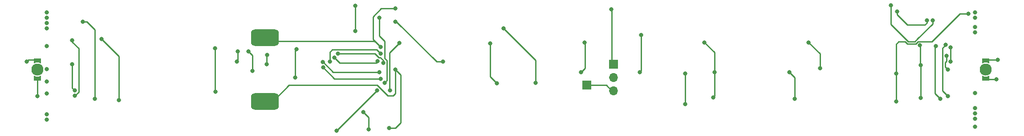
<source format=gbr>
%TF.GenerationSoftware,KiCad,Pcbnew,(6.0.1-0)*%
%TF.CreationDate,2022-12-14T20:54:25+01:00*%
%TF.ProjectId,Blokkendoos_binnenverlichting,426c6f6b-6b65-46e6-946f-6f735f62696e,rev?*%
%TF.SameCoordinates,Original*%
%TF.FileFunction,Copper,L2,Bot*%
%TF.FilePolarity,Positive*%
%FSLAX46Y46*%
G04 Gerber Fmt 4.6, Leading zero omitted, Abs format (unit mm)*
G04 Created by KiCad (PCBNEW (6.0.1-0)) date 2022-12-14 20:54:25*
%MOMM*%
%LPD*%
G01*
G04 APERTURE LIST*
G04 Aperture macros list*
%AMRoundRect*
0 Rectangle with rounded corners*
0 $1 Rounding radius*
0 $2 $3 $4 $5 $6 $7 $8 $9 X,Y pos of 4 corners*
0 Add a 4 corners polygon primitive as box body*
4,1,4,$2,$3,$4,$5,$6,$7,$8,$9,$2,$3,0*
0 Add four circle primitives for the rounded corners*
1,1,$1+$1,$2,$3*
1,1,$1+$1,$4,$5*
1,1,$1+$1,$6,$7*
1,1,$1+$1,$8,$9*
0 Add four rect primitives between the rounded corners*
20,1,$1+$1,$2,$3,$4,$5,0*
20,1,$1+$1,$4,$5,$6,$7,0*
20,1,$1+$1,$6,$7,$8,$9,0*
20,1,$1+$1,$8,$9,$2,$3,0*%
%AMFreePoly0*
4,1,32,0.648491,0.670654,0.659828,0.669984,0.665486,0.663615,0.673355,0.660355,0.677701,0.649864,0.685243,0.641373,0.684740,0.632870,0.688000,0.625000,0.683654,0.614509,0.682984,0.603172,0.538452,0.305318,0.496471,0.000000,0.538452,-0.305318,0.682984,-0.603172,0.683654,-0.614509,0.688000,-0.625000,0.684740,-0.632870,0.685243,-0.641373,0.677701,-0.649864,0.673355,-0.660355,
0.665486,-0.663615,0.659828,-0.669984,0.648491,-0.670654,0.638000,-0.675000,-0.217000,-0.675000,-0.252355,-0.660355,-0.267000,-0.625000,-0.267000,0.625000,-0.252355,0.660355,-0.217000,0.675000,0.638000,0.675000,0.648491,0.670654,0.648491,0.670654,$1*%
G04 Aperture macros list end*
%TA.AperFunction,ComponentPad*%
%ADD10R,1.700000X1.700000*%
%TD*%
%TA.AperFunction,ComponentPad*%
%ADD11O,1.700000X1.700000*%
%TD*%
%TA.AperFunction,ComponentPad*%
%ADD12RoundRect,0.805000X-1.860000X-0.805000X1.860000X-0.805000X1.860000X0.805000X-1.860000X0.805000X0*%
%TD*%
%TA.AperFunction,WasherPad*%
%ADD13C,2.300000*%
%TD*%
%TA.AperFunction,SMDPad,CuDef*%
%ADD14FreePoly0,90.000000*%
%TD*%
%TA.AperFunction,SMDPad,CuDef*%
%ADD15FreePoly0,270.000000*%
%TD*%
%TA.AperFunction,ViaPad*%
%ADD16C,0.800000*%
%TD*%
%TA.AperFunction,Conductor*%
%ADD17C,0.250000*%
%TD*%
G04 APERTURE END LIST*
D10*
%TO.P,J17,1,Pin_1*%
%TO.N,VPP*%
X19400000Y1025000D03*
D11*
%TO.P,J17,2,Pin_2*%
%TO.N,GND*%
X19400000Y-1515000D03*
%TO.P,J17,3,Pin_3*%
%TO.N,/Charge*%
X19400000Y-4055000D03*
%TD*%
D12*
%TO.P,J16,1,Pin_1*%
%TO.N,/Motor1*%
X-46873000Y6075000D03*
%TO.P,J16,2,Pin_2*%
%TO.N,/Motor2*%
X-46873000Y-6075000D03*
%TD*%
D13*
%TO.P,D47,*%
%TO.N,*%
X-90170000Y0D03*
D14*
%TO.P,D47,1,K*%
%TO.N,Net-(D4-Pad1)*%
X-90170000Y-1900000D03*
D15*
%TO.P,D47,2,A*%
%TO.N,Net-(D4-Pad2)*%
X-90170000Y1900000D03*
%TD*%
D10*
%TO.P,J18,1,Pin_1*%
%TO.N,/Charge*%
X14375000Y-3000000D03*
%TD*%
D13*
%TO.P,D48,*%
%TO.N,*%
X90170000Y0D03*
D14*
%TO.P,D48,1,K*%
%TO.N,/Aux4*%
X90170000Y-1900000D03*
D15*
%TO.P,D48,2,A*%
%TO.N,Net-(D4-Pad1)*%
X90170000Y1900000D03*
%TD*%
D16*
%TO.N,*%
X-88392000Y10922000D03*
X-88392000Y-2286000D03*
X-88392000Y-8534400D03*
X-88392000Y7874000D03*
X88138000Y-10922000D03*
X88138000Y-4521200D03*
X-88392000Y-4572000D03*
X88138000Y7112000D03*
X-88392000Y9906000D03*
X-88392000Y-9550400D03*
X88138000Y8128000D03*
X88138000Y-7366000D03*
X-88392000Y50800D03*
X88138000Y-9398000D03*
X88138000Y10922000D03*
X88138000Y9906000D03*
X-88392000Y8890000D03*
X88138000Y-8382000D03*
X-88392000Y4521200D03*
%TO.N,/F0f*%
X-34544000Y1524000D03*
X-24892000Y3048000D03*
%TO.N,Net-(D39-Pad2)*%
X80700000Y4500000D03*
X81534000Y-5588000D03*
%TO.N,/F0r*%
X82775500Y2623988D03*
X-33621198Y2249522D03*
X-25402603Y1630253D03*
X82987701Y-12299D03*
%TO.N,/Aux2*%
X-33274000Y-11684000D03*
X-25557299Y-3967299D03*
%TO.N,/Aux1*%
X-81500000Y9144000D03*
X52832000Y-508000D03*
X33020000Y-762000D03*
X53848000Y-5588000D03*
X73152000Y-762000D03*
X86868000Y10668000D03*
X73152000Y-6096000D03*
X-79248000Y-5588000D03*
X33020000Y-6604000D03*
%TO.N,/Motor2*%
X-22098000Y0D03*
X-23200000Y-11200000D03*
%TO.N,/Motor1*%
X-22098000Y11684000D03*
X-24892000Y4318000D03*
%TO.N,/Gleis 2*%
X-29718000Y12192000D03*
X-29718000Y7366000D03*
X80100000Y9400000D03*
X72177402Y12282501D03*
%TO.N,/Gleis 1*%
X-28194000Y-8128000D03*
X-27178000Y-11430000D03*
%TO.N,Net-(D7-Pad1)*%
X-74676000Y-5842000D03*
X-77978000Y5842000D03*
%TO.N,Net-(D4-Pad1)*%
X-24892000Y-1778000D03*
X92486400Y1900000D03*
X-35800000Y400000D03*
X-90170000Y-5080000D03*
%TO.N,Net-(D4-Pad2)*%
X-92202000Y1524000D03*
%TO.N,VPP*%
X73355200Y11125200D03*
X19000000Y11500000D03*
X-24130000Y-2540000D03*
X79000000Y9400000D03*
X-25146000Y9906000D03*
%TO.N,Net-(D13-Pad1)*%
X-23033951Y-3941451D03*
X-21336000Y5078665D03*
%TO.N,Net-(D15-Pad1)*%
X4572000Y-2540000D03*
X-1524000Y7874000D03*
%TO.N,Net-(D10-Pad2)*%
X-56256701Y-4195299D03*
X-56388000Y4064000D03*
%TO.N,Net-(D11-Pad1)*%
X-41148000Y-1524000D03*
X-40894000Y3899500D03*
%TO.N,/Aux4*%
X92222400Y-1900000D03*
X-33020000Y3048000D03*
X-24384000Y1270000D03*
%TO.N,Net-(D17-Pad1)*%
X13959226Y5172542D03*
X13208000Y-508000D03*
%TO.N,Net-(D19-Pad1)*%
X36686500Y5188338D03*
X38354000Y-5334000D03*
X38608000Y-508000D03*
%TO.N,Net-(D21-Pad1)*%
X58674000Y254000D03*
X56498500Y5188338D03*
%TO.N,Net-(D23-Pad1)*%
X77811698Y-5430296D03*
X77815875Y863735D03*
X77681930Y4623521D03*
%TO.N,Net-(D39-Pad1)*%
X83053615Y-5092983D03*
X82600000Y4700000D03*
%TO.N,Net-(D25-Pad2)*%
X24384000Y-508000D03*
X24638000Y6604000D03*
%TO.N,Net-(D28-Pad2)*%
X-2766479Y-2639479D03*
X-4064000Y5022544D03*
%TO.N,Net-(D43-Pad1)*%
X-83000000Y-5000000D03*
X-83500000Y5588000D03*
%TO.N,Net-(D40-Pad2)*%
X83500738Y4266782D03*
X83512299Y1512299D03*
%TO.N,/Aux6*%
X-50000000Y3500000D03*
X-49245712Y-240076D03*
%TO.N,/Aux5*%
X-35816027Y1399374D03*
X-46465526Y2809146D03*
X-46500000Y1000000D03*
X-25146000Y-508000D03*
%TO.N,GND*%
X-52000000Y3500000D03*
X-13000000Y1500000D03*
X-22018676Y9181500D03*
X-52207735Y1515980D03*
%TO.N,/Aux5p*%
X-83020500Y-4000000D03*
X-83500000Y1000000D03*
%TD*%
D17*
%TO.N,/F0f*%
X-25616501Y3772501D02*
X-24892000Y3048000D01*
X-34544000Y1524000D02*
X-34544000Y3302000D01*
X-34544000Y3302000D02*
X-34073499Y3772501D01*
X-34073499Y3772501D02*
X-25616501Y3772501D01*
%TO.N,Net-(D39-Pad2)*%
X80518000Y4318000D02*
X80700000Y4500000D01*
X81534000Y-5588000D02*
X80518000Y-4572000D01*
X80518000Y-4572000D02*
X80518000Y4318000D01*
%TO.N,/F0r*%
X82500000Y500000D02*
X82987701Y12299D01*
X-25733412Y1299444D02*
X-25402603Y1630253D01*
X82500000Y1362349D02*
X82775500Y1637849D01*
X82775500Y1637849D02*
X82775500Y2623988D01*
X82500000Y558000D02*
X82500000Y1362349D01*
X-33621198Y2249522D02*
X-32671120Y1299444D01*
X-32671120Y1299444D02*
X-25733412Y1299444D01*
X82987701Y12299D02*
X82987701Y-12299D01*
%TO.N,/Aux2*%
X-33274000Y-11684000D02*
X-25557299Y-3967299D01*
%TO.N,/Aux1*%
X33020000Y-6604000D02*
X33020000Y-762000D01*
X75302607Y4884489D02*
X76957429Y4884490D01*
X77381831Y5348022D02*
X77982029Y5348022D01*
X73152000Y4843422D02*
X73642578Y5334000D01*
X-79248000Y-5588000D02*
X-79248000Y7620000D01*
X76957429Y4923620D02*
X77381831Y5348022D01*
X-79248000Y7620000D02*
X-80772000Y9144000D01*
X53848000Y-5588000D02*
X53848000Y-1524000D01*
X-81500000Y9144000D02*
X-80772000Y9144000D01*
X77996051Y5334000D02*
X80001400Y5334000D01*
X53848000Y-1524000D02*
X52832000Y-508000D01*
X85335400Y10668000D02*
X86868000Y10668000D01*
X77982029Y5348022D02*
X77996051Y5334000D01*
X73642578Y5334000D02*
X74853096Y5334000D01*
X73152000Y-762000D02*
X73152000Y4843422D01*
X74853096Y5334000D02*
X75302607Y4884489D01*
X80001400Y5334000D02*
X85335400Y10668000D01*
X73152000Y-762000D02*
X73152000Y-6096000D01*
X76957429Y4884490D02*
X76957429Y4923620D01*
%TO.N,/Motor2*%
X-21082000Y-1016000D02*
X-21082000Y-10160000D01*
X-25500000Y-3000000D02*
X-42298000Y-3000000D01*
X-22098000Y0D02*
X-22098000Y-4598000D01*
X-22098000Y0D02*
X-21082000Y-1016000D01*
X-21082000Y-10160000D02*
X-22098000Y-11176000D01*
X-23500000Y-5000000D02*
X-25500000Y-3000000D01*
X-42298000Y-3000000D02*
X-45373000Y-6075000D01*
X-22098000Y-4598000D02*
X-22500000Y-5000000D01*
X-23176000Y-11176000D02*
X-23200000Y-11200000D01*
X-22098000Y-11176000D02*
X-23176000Y-11176000D01*
X-22500000Y-5000000D02*
X-23500000Y-5000000D01*
%TO.N,/Motor1*%
X-26314400Y10109200D02*
X-24739600Y11684000D01*
X-45373000Y6075000D02*
X-44731479Y5433479D01*
X-24892000Y4318000D02*
X-26314400Y5740400D01*
X-44731479Y5433479D02*
X-26007479Y5433479D01*
X-26007479Y5433479D02*
X-24892000Y4318000D01*
X-24739600Y11684000D02*
X-22098000Y11684000D01*
X-26314400Y5740400D02*
X-26314400Y10109200D01*
%TO.N,/Gleis 2*%
X80100000Y9400000D02*
X80100000Y8701895D01*
X75488800Y5334000D02*
X76732105Y5334000D01*
X72177402Y8645398D02*
X75488800Y5334000D01*
X76732105Y5334000D02*
X77195638Y5797533D01*
X72177402Y12282501D02*
X72177402Y8645398D01*
X80100000Y8701895D02*
X77195638Y5797533D01*
X-29718000Y12192000D02*
X-29718000Y7366000D01*
%TO.N,/Gleis 1*%
X-27178000Y-11430000D02*
X-27178000Y-9144000D01*
X-27178000Y-9144000D02*
X-28194000Y-8128000D01*
%TO.N,Net-(D7-Pad1)*%
X-74676000Y-5842000D02*
X-74676000Y2540000D01*
X-74676000Y2540000D02*
X-77978000Y5842000D01*
%TO.N,Net-(D4-Pad1)*%
X-24892000Y-1778000D02*
X-33622000Y-1778000D01*
X-90170000Y-5080000D02*
X-90170000Y-1900000D01*
X92486400Y1900000D02*
X90170000Y1900000D01*
X-33622000Y-1778000D02*
X-35800000Y400000D01*
%TO.N,Net-(D4-Pad2)*%
X-91826000Y1900000D02*
X-92202000Y1524000D01*
X-90170000Y1900000D02*
X-91826000Y1900000D01*
%TO.N,VPP*%
X79000000Y8896000D02*
X79000000Y9400000D01*
X-24130000Y-2540000D02*
X-23659499Y-2069499D01*
X-24130000Y2159704D02*
X-24130000Y5384800D01*
X19125000Y11375000D02*
X19000000Y11500000D01*
X19125000Y1025000D02*
X19125000Y11375000D01*
X-23659499Y-2069499D02*
X-23659499Y1689203D01*
X73355200Y10464800D02*
X73355200Y11125200D01*
X75285600Y8534400D02*
X73355200Y10464800D01*
X-25146000Y6400800D02*
X-25146000Y9906000D01*
X78638400Y8534400D02*
X75285600Y8534400D01*
X78638400Y8534400D02*
X79000000Y8896000D01*
X-24130000Y5384800D02*
X-25146000Y6400800D01*
X-23659499Y1689203D02*
X-24130000Y2159704D01*
%TO.N,Net-(D13-Pad1)*%
X-23172490Y3242175D02*
X-23172490Y-3802912D01*
X-23172490Y-3802912D02*
X-23033951Y-3941451D01*
X-21336000Y5078665D02*
X-23172490Y3242175D01*
%TO.N,Net-(D15-Pad1)*%
X4572000Y-2540000D02*
X4572000Y1778000D01*
X4572000Y1778000D02*
X-1524000Y7874000D01*
%TO.N,Net-(D10-Pad2)*%
X-56388000Y4064000D02*
X-56388000Y-4064000D01*
X-56388000Y-4064000D02*
X-56256701Y-4195299D01*
%TO.N,Net-(D11-Pad1)*%
X-41148000Y3645500D02*
X-40894000Y3899500D01*
X-41148000Y-1524000D02*
X-41148000Y3645500D01*
%TO.N,/Aux4*%
X-24384000Y1778000D02*
X-24384000Y1270000D01*
X-25916600Y3048000D02*
X-25192099Y2323499D01*
X-33020000Y3048000D02*
X-25916600Y3048000D01*
X90170000Y-1900000D02*
X92222400Y-1900000D01*
X-24929499Y2323499D02*
X-24384000Y1778000D01*
X-25192099Y2323499D02*
X-24929499Y2323499D01*
%TO.N,Net-(D17-Pad1)*%
X13208000Y-508000D02*
X13970000Y254000D01*
X13970000Y254000D02*
X13970000Y5161768D01*
X13970000Y5161768D02*
X13959226Y5172542D01*
%TO.N,Net-(D19-Pad1)*%
X38608000Y-5080000D02*
X38608000Y-508000D01*
X38608000Y-508000D02*
X38608000Y3266838D01*
X38608000Y3266838D02*
X36686500Y5188338D01*
X38354000Y-5334000D02*
X38608000Y-5080000D01*
%TO.N,Net-(D21-Pad1)*%
X58674000Y3012838D02*
X56498500Y5188338D01*
X58674000Y254000D02*
X58674000Y3012838D01*
%TO.N,Net-(D23-Pad1)*%
X77724000Y1016000D02*
X77724000Y4581451D01*
X77815875Y924125D02*
X77724000Y1016000D01*
X77815875Y-5426119D02*
X77815875Y863735D01*
X77724000Y4581451D02*
X77681930Y4623521D01*
X77815875Y863735D02*
X77815875Y924125D01*
X77811698Y-5430296D02*
X77815875Y-5426119D01*
%TO.N,Net-(D39-Pad1)*%
X82000000Y-4039368D02*
X82000000Y4100000D01*
X83053615Y-5092983D02*
X82000000Y-4039368D01*
X82000000Y4100000D02*
X82600000Y4700000D01*
%TO.N,Net-(D25-Pad2)*%
X24638000Y-254000D02*
X24638000Y6604000D01*
X24384000Y-508000D02*
X24638000Y-254000D01*
%TO.N,Net-(D28-Pad2)*%
X-4064000Y-1341958D02*
X-4064000Y5022544D01*
X-2766479Y-2639479D02*
X-4064000Y-1341958D01*
%TO.N,Net-(D43-Pad1)*%
X-83500000Y5268000D02*
X-83500000Y5588000D01*
X-82296000Y4064000D02*
X-83500000Y5268000D01*
X-83000000Y-5000000D02*
X-82995900Y-5000000D01*
X-82995900Y-5000000D02*
X-82296000Y-4300100D01*
X-82296000Y-4300100D02*
X-82296000Y4064000D01*
%TO.N,Net-(D40-Pad2)*%
X83512299Y1512299D02*
X83512299Y4255221D01*
X83512299Y4255221D02*
X83500738Y4266782D01*
%TO.N,/Aux6*%
X-49245712Y2745712D02*
X-50000000Y3500000D01*
X-49245712Y-240076D02*
X-49245712Y2745712D01*
%TO.N,/Aux5*%
X-25146000Y-508000D02*
X-33867400Y-508000D01*
X-46500000Y2774672D02*
X-46465526Y2809146D01*
X-33867400Y-508000D02*
X-35774774Y1399374D01*
X-35774774Y1399374D02*
X-35816027Y1399374D01*
X-46500000Y1000000D02*
X-46500000Y2774672D01*
%TO.N,GND*%
X-21881500Y9181500D02*
X-22018676Y9181500D01*
X-13000000Y1500000D02*
X-14200000Y1500000D01*
X-52000000Y1723715D02*
X-52207735Y1515980D01*
X-52000000Y3500000D02*
X-52000000Y1723715D01*
X-14200000Y1500000D02*
X-21881500Y9181500D01*
%TO.N,/Aux5p*%
X-83500000Y-3520500D02*
X-83020500Y-4000000D01*
X-83500000Y1000000D02*
X-83500000Y-3520500D01*
%TO.N,/Charge*%
X18070000Y-3000000D02*
X19125000Y-4055000D01*
X14375000Y-3000000D02*
X18070000Y-3000000D01*
%TD*%
M02*

</source>
